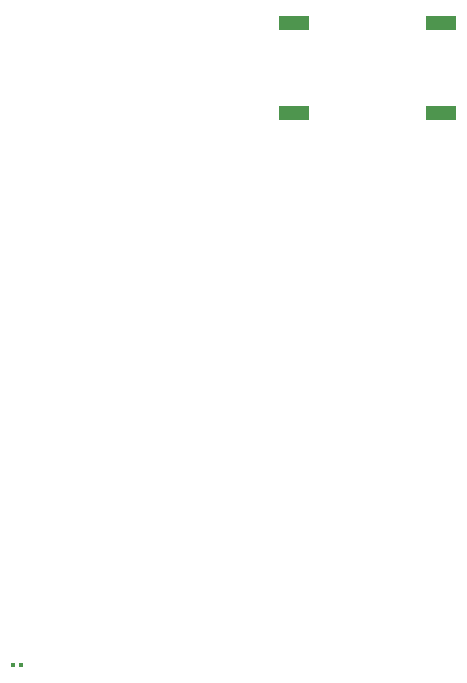
<source format=gbr>
%TF.GenerationSoftware,KiCad,Pcbnew,8.0.0*%
%TF.CreationDate,2024-04-01T11:29:53-03:00*%
%TF.ProjectId,Aula-pcb,41756c61-2d70-4636-922e-6b696361645f,rev?*%
%TF.SameCoordinates,Original*%
%TF.FileFunction,Paste,Top*%
%TF.FilePolarity,Positive*%
%FSLAX46Y46*%
G04 Gerber Fmt 4.6, Leading zero omitted, Abs format (unit mm)*
G04 Created by KiCad (PCBNEW 8.0.0) date 2024-04-01 11:29:53*
%MOMM*%
%LPD*%
G01*
G04 APERTURE LIST*
G04 Aperture macros list*
%AMRoundRect*
0 Rectangle with rounded corners*
0 $1 Rounding radius*
0 $2 $3 $4 $5 $6 $7 $8 $9 X,Y pos of 4 corners*
0 Add a 4 corners polygon primitive as box body*
4,1,4,$2,$3,$4,$5,$6,$7,$8,$9,$2,$3,0*
0 Add four circle primitives for the rounded corners*
1,1,$1+$1,$2,$3*
1,1,$1+$1,$4,$5*
1,1,$1+$1,$6,$7*
1,1,$1+$1,$8,$9*
0 Add four rect primitives between the rounded corners*
20,1,$1+$1,$2,$3,$4,$5,0*
20,1,$1+$1,$4,$5,$6,$7,0*
20,1,$1+$1,$6,$7,$8,$9,0*
20,1,$1+$1,$8,$9,$2,$3,0*%
G04 Aperture macros list end*
%ADD10R,2.500000X1.200000*%
%ADD11RoundRect,0.079500X-0.079500X-0.100500X0.079500X-0.100500X0.079500X0.100500X-0.079500X0.100500X0*%
G04 APERTURE END LIST*
D10*
%TO.C,SW1*%
X219250000Y-76310000D03*
X231750000Y-76310000D03*
X219250000Y-68690000D03*
X231750000Y-68690000D03*
%TD*%
D11*
%TO.C,D1*%
X195500000Y-123000000D03*
X196190000Y-123000000D03*
%TD*%
M02*

</source>
